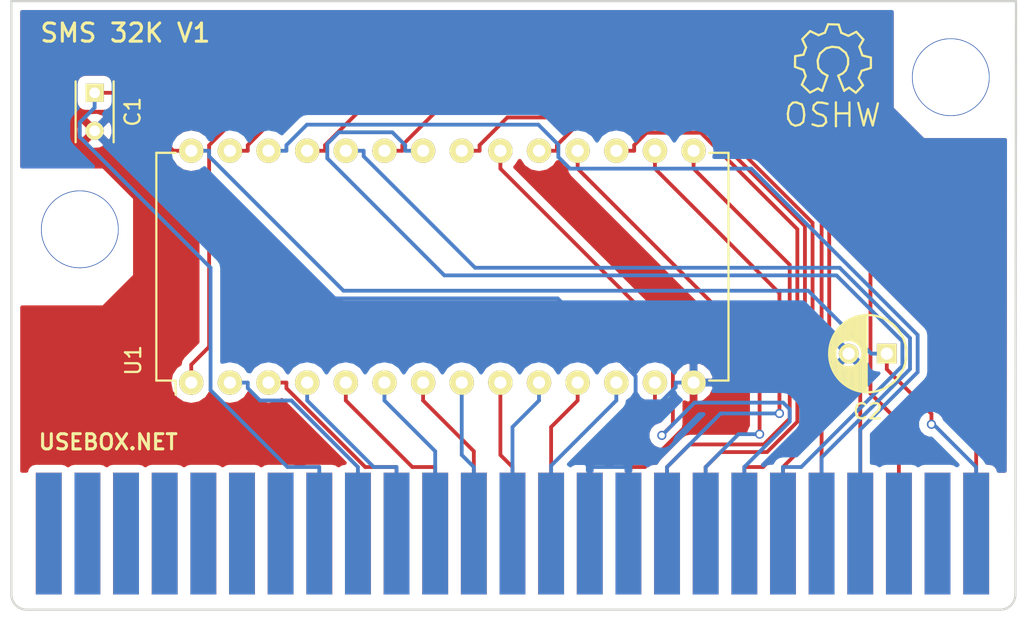
<source format=kicad_pcb>
(kicad_pcb (version 4) (host pcbnew 4.0.2+dfsg1-2~bpo8+1-stable)

  (general
    (links 35)
    (no_connects 0)
    (area 111.924999 66.924999 178.115001 107.075001)
    (thickness 1.6)
    (drawings 8)
    (tracks 211)
    (zones 0)
    (modules 7)
    (nets 29)
  )

  (page A4)
  (layers
    (0 F.Cu signal)
    (31 B.Cu signal)
    (32 B.Adhes user)
    (33 F.Adhes user)
    (34 B.Paste user)
    (35 F.Paste user)
    (36 B.SilkS user)
    (37 F.SilkS user)
    (38 B.Mask user)
    (39 F.Mask user)
    (40 Dwgs.User user)
    (41 Cmts.User user)
    (42 Eco1.User user)
    (43 Eco2.User user)
    (44 Edge.Cuts user)
    (45 Margin user)
    (46 B.CrtYd user)
    (47 F.CrtYd user)
    (48 B.Fab user)
    (49 F.Fab user)
  )

  (setup
    (last_trace_width 0.25)
    (trace_clearance 0.25)
    (zone_clearance 0.508)
    (zone_45_only yes)
    (trace_min 0.2)
    (segment_width 0.2)
    (edge_width 0.15)
    (via_size 0.6)
    (via_drill 0.4)
    (via_min_size 0.4)
    (via_min_drill 0.3)
    (uvia_size 0.3)
    (uvia_drill 0.1)
    (uvias_allowed no)
    (uvia_min_size 0.2)
    (uvia_min_drill 0.1)
    (pcb_text_width 0.3)
    (pcb_text_size 1.5 1.5)
    (mod_edge_width 0.15)
    (mod_text_size 1 1)
    (mod_text_width 0.15)
    (pad_size 1.2 1.2)
    (pad_drill 0.7)
    (pad_to_mask_clearance 0.2)
    (aux_axis_origin 0 0)
    (visible_elements FFFFFF7F)
    (pcbplotparams
      (layerselection 0x00030_80000001)
      (usegerberextensions false)
      (excludeedgelayer true)
      (linewidth 0.100000)
      (plotframeref false)
      (viasonmask false)
      (mode 1)
      (useauxorigin false)
      (hpglpennumber 1)
      (hpglpenspeed 20)
      (hpglpendiameter 15)
      (hpglpenoverlay 2)
      (psnegative false)
      (psa4output false)
      (plotreference true)
      (plotvalue true)
      (plotinvisibletext false)
      (padsonsilk false)
      (subtractmaskfromsilk false)
      (outputformat 1)
      (mirror false)
      (drillshape 0)
      (scaleselection 1)
      (outputdirectory ""))
  )

  (net 0 "")
  (net 1 VCC)
  (net 2 GND)
  (net 3 /a14)
  (net 4 /a13)
  (net 5 /a8)
  (net 6 /a9)
  (net 7 /a11)
  (net 8 OE)
  (net 9 /a10)
  (net 10 CE)
  (net 11 /d7)
  (net 12 /d6)
  (net 13 /d5)
  (net 14 /d4)
  (net 15 /d3)
  (net 16 /d2)
  (net 17 /d1)
  (net 18 /d0)
  (net 19 /a0)
  (net 20 /a1)
  (net 21 /a2)
  (net 22 /a3)
  (net 23 /a4)
  (net 24 /a5)
  (net 25 /a6)
  (net 26 /a7)
  (net 27 /a12)
  (net 28 /a15)

  (net_class Default "This is the default net class."
    (clearance 0.25)
    (trace_width 0.25)
    (via_dia 0.6)
    (via_drill 0.4)
    (uvia_dia 0.3)
    (uvia_drill 0.1)
    (add_net /a0)
    (add_net /a1)
    (add_net /a10)
    (add_net /a11)
    (add_net /a12)
    (add_net /a13)
    (add_net /a14)
    (add_net /a15)
    (add_net /a2)
    (add_net /a3)
    (add_net /a4)
    (add_net /a5)
    (add_net /a6)
    (add_net /a7)
    (add_net /a8)
    (add_net /a9)
    (add_net /d0)
    (add_net /d1)
    (add_net /d2)
    (add_net /d3)
    (add_net /d4)
    (add_net /d5)
    (add_net /d6)
    (add_net /d7)
    (add_net CE)
    (add_net GND)
    (add_net OE)
    (add_net VCC)
  )

  (module Connect:1pin (layer F.Cu) (tedit 578BA29C) (tstamp 57906BAA)
    (at 173.75 72)
    (descr "module 1 pin (ou trou mecanique de percage)")
    (tags DEV)
    (fp_text reference SCREW1 (at 0 -3.048) (layer F.SilkS) hide
      (effects (font (size 1 1) (thickness 0.15)))
    )
    (fp_text value 1pin (at 0 2.794) (layer F.Fab)
      (effects (font (size 1 1) (thickness 0.15)))
    )
    (fp_circle (center 0 0) (end 0 -2.286) (layer F.SilkS) (width 0.15))
    (pad "" np_thru_hole circle (at 0 0) (size 5.1 5.1) (drill 5) (layers *.Cu))
  )

  (module Capacitors_ThroughHole:C_Rect_L4_W2.5_P2.5 (layer F.Cu) (tedit 578BCC00) (tstamp 578B68CE)
    (at 117.475 73.025 270)
    (descr "Film Capacitor Length 4mm x Width 2.5mm, Pitch 2.5mm")
    (tags Capacitor)
    (path /574C0DC2)
    (fp_text reference C1 (at 1.25 -2.5 270) (layer F.SilkS)
      (effects (font (size 1 1) (thickness 0.15)))
    )
    (fp_text value 100nF (at 1.25 2.5 270) (layer F.Fab)
      (effects (font (size 1 1) (thickness 0.15)))
    )
    (fp_line (start -1 -1.5) (end 3.5 -1.5) (layer F.CrtYd) (width 0.05))
    (fp_line (start 3.5 -1.5) (end 3.5 1.5) (layer F.CrtYd) (width 0.05))
    (fp_line (start 3.5 1.5) (end -1 1.5) (layer F.CrtYd) (width 0.05))
    (fp_line (start -1 1.5) (end -1 -1.5) (layer F.CrtYd) (width 0.05))
    (fp_line (start -0.75 -1.25) (end 3.25 -1.25) (layer F.SilkS) (width 0.15))
    (fp_line (start -0.75 1.25) (end 3.25 1.25) (layer F.SilkS) (width 0.15))
    (pad 1 thru_hole rect (at 0 0 270) (size 1.2 1.2) (drill 0.7) (layers *.Cu *.Mask F.SilkS)
      (net 1 VCC))
    (pad 2 thru_hole circle (at 2.5 0 270) (size 1.2 1.2) (drill 0.7) (layers *.Cu *.Mask F.SilkS)
      (net 2 GND))
  )

  (module Capacitors_ThroughHole:C_Radial_D5_L6_P2.5 (layer F.Cu) (tedit 0) (tstamp 578B68D4)
    (at 169.545 90.17 180)
    (descr "Radial Electrolytic Capacitor Diameter 5mm x Length 6mm, Pitch 2.5mm")
    (tags "Electrolytic Capacitor")
    (path /574C1047)
    (fp_text reference C2 (at 1.25 -3.8 180) (layer F.SilkS)
      (effects (font (size 1 1) (thickness 0.15)))
    )
    (fp_text value 4.7uF (at 1.25 3.8 180) (layer F.Fab)
      (effects (font (size 1 1) (thickness 0.15)))
    )
    (fp_line (start 1.325 -2.499) (end 1.325 2.499) (layer F.SilkS) (width 0.15))
    (fp_line (start 1.465 -2.491) (end 1.465 2.491) (layer F.SilkS) (width 0.15))
    (fp_line (start 1.605 -2.475) (end 1.605 -0.095) (layer F.SilkS) (width 0.15))
    (fp_line (start 1.605 0.095) (end 1.605 2.475) (layer F.SilkS) (width 0.15))
    (fp_line (start 1.745 -2.451) (end 1.745 -0.49) (layer F.SilkS) (width 0.15))
    (fp_line (start 1.745 0.49) (end 1.745 2.451) (layer F.SilkS) (width 0.15))
    (fp_line (start 1.885 -2.418) (end 1.885 -0.657) (layer F.SilkS) (width 0.15))
    (fp_line (start 1.885 0.657) (end 1.885 2.418) (layer F.SilkS) (width 0.15))
    (fp_line (start 2.025 -2.377) (end 2.025 -0.764) (layer F.SilkS) (width 0.15))
    (fp_line (start 2.025 0.764) (end 2.025 2.377) (layer F.SilkS) (width 0.15))
    (fp_line (start 2.165 -2.327) (end 2.165 -0.835) (layer F.SilkS) (width 0.15))
    (fp_line (start 2.165 0.835) (end 2.165 2.327) (layer F.SilkS) (width 0.15))
    (fp_line (start 2.305 -2.266) (end 2.305 -0.879) (layer F.SilkS) (width 0.15))
    (fp_line (start 2.305 0.879) (end 2.305 2.266) (layer F.SilkS) (width 0.15))
    (fp_line (start 2.445 -2.196) (end 2.445 -0.898) (layer F.SilkS) (width 0.15))
    (fp_line (start 2.445 0.898) (end 2.445 2.196) (layer F.SilkS) (width 0.15))
    (fp_line (start 2.585 -2.114) (end 2.585 -0.896) (layer F.SilkS) (width 0.15))
    (fp_line (start 2.585 0.896) (end 2.585 2.114) (layer F.SilkS) (width 0.15))
    (fp_line (start 2.725 -2.019) (end 2.725 -0.871) (layer F.SilkS) (width 0.15))
    (fp_line (start 2.725 0.871) (end 2.725 2.019) (layer F.SilkS) (width 0.15))
    (fp_line (start 2.865 -1.908) (end 2.865 -0.823) (layer F.SilkS) (width 0.15))
    (fp_line (start 2.865 0.823) (end 2.865 1.908) (layer F.SilkS) (width 0.15))
    (fp_line (start 3.005 -1.78) (end 3.005 -0.745) (layer F.SilkS) (width 0.15))
    (fp_line (start 3.005 0.745) (end 3.005 1.78) (layer F.SilkS) (width 0.15))
    (fp_line (start 3.145 -1.631) (end 3.145 -0.628) (layer F.SilkS) (width 0.15))
    (fp_line (start 3.145 0.628) (end 3.145 1.631) (layer F.SilkS) (width 0.15))
    (fp_line (start 3.285 -1.452) (end 3.285 -0.44) (layer F.SilkS) (width 0.15))
    (fp_line (start 3.285 0.44) (end 3.285 1.452) (layer F.SilkS) (width 0.15))
    (fp_line (start 3.425 -1.233) (end 3.425 1.233) (layer F.SilkS) (width 0.15))
    (fp_line (start 3.565 -0.944) (end 3.565 0.944) (layer F.SilkS) (width 0.15))
    (fp_line (start 3.705 -0.472) (end 3.705 0.472) (layer F.SilkS) (width 0.15))
    (fp_circle (center 2.5 0) (end 2.5 -0.9) (layer F.SilkS) (width 0.15))
    (fp_circle (center 1.25 0) (end 1.25 -2.5375) (layer F.SilkS) (width 0.15))
    (fp_circle (center 1.25 0) (end 1.25 -2.8) (layer F.CrtYd) (width 0.05))
    (pad 1 thru_hole rect (at 0 0 180) (size 1.3 1.3) (drill 0.8) (layers *.Cu *.Mask F.SilkS)
      (net 1 VCC))
    (pad 2 thru_hole circle (at 2.5 0 180) (size 1.3 1.3) (drill 0.8) (layers *.Cu *.Mask F.SilkS)
      (net 2 GND))
    (model Capacitors_ThroughHole.3dshapes/C_Radial_D5_L6_P2.5.wrl
      (at (xyz 0.0492126 0 0))
      (scale (xyz 1 1 1))
      (rotate (xyz 0 0 90))
    )
  )

  (module edge_connector_25x2:CONN1 (layer F.Cu) (tedit 574C7EFA) (tstamp 578B690A)
    (at 144.94 107.08)
    (path /57195A54)
    (fp_text reference P1 (at 0 2.54) (layer F.SilkS) hide
      (effects (font (thickness 0.3048)))
    )
    (fp_text value CONN_SMS (at 0 5.08) (layer F.SilkS) hide
      (effects (font (thickness 0.3048)))
    )
    (fp_text user 50 (at -30.48 -11.43) (layer F.SilkS) hide
      (effects (font (size 1.2 1.2) (thickness 0.2)))
    )
    (fp_text user 1 (at 30.48 -11.43) (layer F.SilkS) hide
      (effects (font (size 1.2 1.2) (thickness 0.2)))
    )
    (pad 1 connect rect (at 30.48 -5.08) (size 1.69926 8.001) (layers B.Cu F.Mask)
      (net 1 VCC))
    (pad 2 connect rect (at 30.48 -5.08) (size 1.69926 8.001) (layers F.Cu F.Mask)
      (net 28 /a15))
    (pad 3 connect rect (at 27.94 -5.08) (size 1.69926 8.001) (layers B.Cu F.Mask))
    (pad 4 connect rect (at 27.94 -5.08) (size 1.69926 8.001) (layers F.Cu F.Mask))
    (pad 5 connect rect (at 25.4 -5.08) (size 1.69926 8.001) (layers B.Cu F.Mask))
    (pad 6 connect rect (at 25.4 -5.08) (size 1.69926 8.001) (layers F.Cu F.Mask)
      (net 3 /a14))
    (pad 7 connect rect (at 22.86 -5.08) (size 1.69926 8.001) (layers B.Cu F.Mask)
      (net 4 /a13))
    (pad 8 connect rect (at 22.86 -5.08) (size 1.69926 8.001) (layers F.Cu F.Mask)
      (net 5 /a8))
    (pad 9 connect rect (at 20.32 -5.08) (size 1.69926 8.001) (layers B.Cu F.Mask)
      (net 6 /a9))
    (pad 10 connect rect (at 20.32 -5.08) (size 1.69926 8.001) (layers F.Cu F.Mask)
      (net 7 /a11))
    (pad 11 connect rect (at 17.78 -5.08) (size 1.69926 8.001) (layers B.Cu F.Mask)
      (net 8 OE))
    (pad 12 connect rect (at 17.78 -5.08) (size 1.69926 8.001) (layers F.Cu F.Mask)
      (net 9 /a10))
    (pad 13 connect rect (at 15.24 -5.08) (size 1.69926 8.001) (layers B.Cu F.Mask)
      (net 10 CE))
    (pad 14 connect rect (at 15.24 -5.08) (size 1.69926 8.001) (layers F.Cu F.Mask)
      (net 11 /d7))
    (pad 15 connect rect (at 12.7 -5.08) (size 1.69926 8.001) (layers B.Cu F.Mask)
      (net 12 /d6))
    (pad 16 connect rect (at 12.7 -5.08) (size 1.69926 8.001) (layers F.Cu F.Mask)
      (net 13 /d5))
    (pad 17 connect rect (at 10.16 -5.08) (size 1.69926 8.001) (layers B.Cu F.Mask)
      (net 14 /d4))
    (pad 18 connect rect (at 10.16 -5.08) (size 1.69926 8.001) (layers F.Cu F.Mask)
      (net 15 /d3))
    (pad 19 connect rect (at 7.62 -5.08) (size 1.69926 8.001) (layers B.Cu F.Mask)
      (net 2 GND))
    (pad 20 connect rect (at 7.62 -5.08) (size 1.69926 8.001) (layers F.Cu F.Mask)
      (net 2 GND))
    (pad 21 connect rect (at 5.08 -5.08) (size 1.69926 8.001) (layers B.Cu F.Mask)
      (net 2 GND))
    (pad 22 connect rect (at 5.08 -5.08) (size 1.69926 8.001) (layers F.Cu F.Mask)
      (net 16 /d2))
    (pad 23 connect rect (at 2.54 -5.08) (size 1.69926 8.001) (layers B.Cu F.Mask)
      (net 17 /d1))
    (pad 24 connect rect (at 2.54 -5.08) (size 1.69926 8.001) (layers F.Cu F.Mask)
      (net 18 /d0))
    (pad 25 connect rect (at 0 -5.08) (size 1.69926 8.001) (layers B.Cu F.Mask)
      (net 19 /a0))
    (pad 26 connect rect (at 0 -5.08) (size 1.69926 8.001) (layers F.Cu F.Mask)
      (net 20 /a1))
    (pad 27 connect rect (at -2.54 -5.08) (size 1.69926 8.001) (layers B.Cu F.Mask)
      (net 21 /a2))
    (pad 28 connect rect (at -2.54 -5.08) (size 1.69926 8.001) (layers F.Cu F.Mask)
      (net 22 /a3))
    (pad 29 connect rect (at -5.08 -5.08) (size 1.69926 8.001) (layers B.Cu F.Mask)
      (net 23 /a4))
    (pad 30 connect rect (at -5.08 -5.08) (size 1.69926 8.001) (layers F.Cu F.Mask)
      (net 24 /a5))
    (pad 31 connect rect (at -7.62 -5.08) (size 1.69926 8.001) (layers B.Cu F.Mask)
      (net 25 /a6))
    (pad 32 connect rect (at -7.62 -5.08) (size 1.69926 8.001) (layers F.Cu F.Mask)
      (net 26 /a7))
    (pad 33 connect rect (at -10.16 -5.08) (size 1.69926 8.001) (layers B.Cu F.Mask)
      (net 27 /a12))
    (pad 34 connect rect (at -10.16 -5.08) (size 1.69926 8.001) (layers F.Cu F.Mask))
    (pad 35 connect rect (at -12.7 -5.08) (size 1.69926 8.001) (layers B.Cu F.Mask)
      (net 1 VCC))
    (pad 36 connect rect (at -12.7 -5.08) (size 1.69926 8.001) (layers F.Cu F.Mask))
    (pad 37 connect rect (at -15.24 -5.08) (size 1.69926 8.001) (layers B.Cu F.Mask))
    (pad 38 connect rect (at -15.24 -5.08) (size 1.69926 8.001) (layers F.Cu F.Mask))
    (pad 39 connect rect (at -17.78 -5.08) (size 1.69926 8.001) (layers B.Cu F.Mask))
    (pad 40 connect rect (at -17.78 -5.08) (size 1.69926 8.001) (layers F.Cu F.Mask))
    (pad 41 connect rect (at -20.32 -5.08) (size 1.69926 8.001) (layers B.Cu F.Mask))
    (pad 42 connect rect (at -20.32 -5.08) (size 1.69926 8.001) (layers F.Cu F.Mask))
    (pad 43 connect rect (at -22.86 -5.08) (size 1.69926 8.001) (layers B.Cu F.Mask))
    (pad 44 connect rect (at -22.86 -5.08) (size 1.69926 8.001) (layers F.Cu F.Mask))
    (pad 45 connect rect (at -25.4 -5.08) (size 1.69926 8.001) (layers B.Cu F.Mask))
    (pad 46 connect rect (at -25.4 -5.08) (size 1.69926 8.001) (layers F.Cu F.Mask))
    (pad 47 connect rect (at -27.94 -5.08) (size 1.69926 8.001) (layers B.Cu F.Mask))
    (pad 48 connect rect (at -27.94 -5.08) (size 1.69926 8.001) (layers F.Cu F.Mask))
    (pad 49 connect rect (at -30.48 -5.08) (size 1.69926 8.001) (layers B.Cu F.Mask))
    (pad 50 connect rect (at -30.48 -5.08) (size 1.69926 8.001) (layers F.Cu F.Mask))
  )

  (module Housings_DIP:DIP-28_W15.24mm (layer F.Cu) (tedit 54130A77) (tstamp 578B692A)
    (at 123.825 92.075 90)
    (descr "28-lead dip package, row spacing 15.24 mm (600 mils)")
    (tags "dil dip 2.54 600")
    (path /578B5E77)
    (fp_text reference U1 (at 1.465 -3.81 90) (layer F.SilkS)
      (effects (font (size 1 1) (thickness 0.15)))
    )
    (fp_text value 27C256 (at 7.18 16.51 180) (layer F.Fab)
      (effects (font (size 1 1) (thickness 0.15)))
    )
    (fp_line (start -1.05 -2.45) (end -1.05 35.5) (layer F.CrtYd) (width 0.05))
    (fp_line (start 16.3 -2.45) (end 16.3 35.5) (layer F.CrtYd) (width 0.05))
    (fp_line (start -1.05 -2.45) (end 16.3 -2.45) (layer F.CrtYd) (width 0.05))
    (fp_line (start -1.05 35.5) (end 16.3 35.5) (layer F.CrtYd) (width 0.05))
    (fp_line (start 0.135 -2.295) (end 0.135 -1.025) (layer F.SilkS) (width 0.15))
    (fp_line (start 15.105 -2.295) (end 15.105 -1.025) (layer F.SilkS) (width 0.15))
    (fp_line (start 15.105 35.315) (end 15.105 34.045) (layer F.SilkS) (width 0.15))
    (fp_line (start 0.135 35.315) (end 0.135 34.045) (layer F.SilkS) (width 0.15))
    (fp_line (start 0.135 -2.295) (end 15.105 -2.295) (layer F.SilkS) (width 0.15))
    (fp_line (start 0.135 35.315) (end 15.105 35.315) (layer F.SilkS) (width 0.15))
    (fp_line (start 0.135 -1.025) (end -0.8 -1.025) (layer F.SilkS) (width 0.15))
    (pad 1 thru_hole oval (at 0 0 90) (size 1.6 1.6) (drill 0.8) (layers *.Cu *.Mask F.SilkS)
      (net 28 /a15))
    (pad 2 thru_hole oval (at 0 2.54 90) (size 1.6 1.6) (drill 0.8) (layers *.Cu *.Mask F.SilkS)
      (net 27 /a12))
    (pad 3 thru_hole oval (at 0 5.08 90) (size 1.6 1.6) (drill 0.8) (layers *.Cu *.Mask F.SilkS)
      (net 26 /a7))
    (pad 4 thru_hole oval (at 0 7.62 90) (size 1.6 1.6) (drill 0.8) (layers *.Cu *.Mask F.SilkS)
      (net 25 /a6))
    (pad 5 thru_hole oval (at 0 10.16 90) (size 1.6 1.6) (drill 0.8) (layers *.Cu *.Mask F.SilkS)
      (net 24 /a5))
    (pad 6 thru_hole oval (at 0 12.7 90) (size 1.6 1.6) (drill 0.8) (layers *.Cu *.Mask F.SilkS)
      (net 23 /a4))
    (pad 7 thru_hole oval (at 0 15.24 90) (size 1.6 1.6) (drill 0.8) (layers *.Cu *.Mask F.SilkS)
      (net 22 /a3))
    (pad 8 thru_hole oval (at 0 17.78 90) (size 1.6 1.6) (drill 0.8) (layers *.Cu *.Mask F.SilkS)
      (net 21 /a2))
    (pad 9 thru_hole oval (at 0 20.32 90) (size 1.6 1.6) (drill 0.8) (layers *.Cu *.Mask F.SilkS)
      (net 20 /a1))
    (pad 10 thru_hole oval (at 0 22.86 90) (size 1.6 1.6) (drill 0.8) (layers *.Cu *.Mask F.SilkS)
      (net 19 /a0))
    (pad 11 thru_hole oval (at 0 25.4 90) (size 1.6 1.6) (drill 0.8) (layers *.Cu *.Mask F.SilkS)
      (net 18 /d0))
    (pad 12 thru_hole oval (at 0 27.94 90) (size 1.6 1.6) (drill 0.8) (layers *.Cu *.Mask F.SilkS)
      (net 17 /d1))
    (pad 13 thru_hole oval (at 0 30.48 90) (size 1.6 1.6) (drill 0.8) (layers *.Cu *.Mask F.SilkS)
      (net 16 /d2))
    (pad 14 thru_hole oval (at 0 33.02 90) (size 1.6 1.6) (drill 0.8) (layers *.Cu *.Mask F.SilkS)
      (net 2 GND))
    (pad 15 thru_hole oval (at 15.24 33.02 90) (size 1.6 1.6) (drill 0.8) (layers *.Cu *.Mask F.SilkS)
      (net 15 /d3))
    (pad 16 thru_hole oval (at 15.24 30.48 90) (size 1.6 1.6) (drill 0.8) (layers *.Cu *.Mask F.SilkS)
      (net 14 /d4))
    (pad 17 thru_hole oval (at 15.24 27.94 90) (size 1.6 1.6) (drill 0.8) (layers *.Cu *.Mask F.SilkS)
      (net 13 /d5))
    (pad 18 thru_hole oval (at 15.24 25.4 90) (size 1.6 1.6) (drill 0.8) (layers *.Cu *.Mask F.SilkS)
      (net 12 /d6))
    (pad 19 thru_hole oval (at 15.24 22.86 90) (size 1.6 1.6) (drill 0.8) (layers *.Cu *.Mask F.SilkS)
      (net 11 /d7))
    (pad 20 thru_hole oval (at 15.24 20.32 90) (size 1.6 1.6) (drill 0.8) (layers *.Cu *.Mask F.SilkS)
      (net 10 CE))
    (pad 21 thru_hole oval (at 15.24 17.78 90) (size 1.6 1.6) (drill 0.8) (layers *.Cu *.Mask F.SilkS)
      (net 9 /a10))
    (pad 22 thru_hole oval (at 15.24 15.24 90) (size 1.6 1.6) (drill 0.8) (layers *.Cu *.Mask F.SilkS)
      (net 8 OE))
    (pad 23 thru_hole oval (at 15.24 12.7 90) (size 1.6 1.6) (drill 0.8) (layers *.Cu *.Mask F.SilkS)
      (net 7 /a11))
    (pad 24 thru_hole oval (at 15.24 10.16 90) (size 1.6 1.6) (drill 0.8) (layers *.Cu *.Mask F.SilkS)
      (net 6 /a9))
    (pad 25 thru_hole oval (at 15.24 7.62 90) (size 1.6 1.6) (drill 0.8) (layers *.Cu *.Mask F.SilkS)
      (net 5 /a8))
    (pad 26 thru_hole oval (at 15.24 5.08 90) (size 1.6 1.6) (drill 0.8) (layers *.Cu *.Mask F.SilkS)
      (net 4 /a13))
    (pad 27 thru_hole oval (at 15.24 2.54 90) (size 1.6 1.6) (drill 0.8) (layers *.Cu *.Mask F.SilkS)
      (net 3 /a14))
    (pad 28 thru_hole oval (at 15.24 0 90) (size 1.6 1.6) (drill 0.8) (layers *.Cu *.Mask F.SilkS)
      (net 1 VCC))
    (model Housings_DIP.3dshapes/DIP-28_W15.24mm.wrl
      (at (xyz 0 0 0))
      (scale (xyz 1 1 1))
      (rotate (xyz 0 0 0))
    )
  )

  (module Connect:1pin (layer F.Cu) (tedit 578BA27C) (tstamp 57906B5B)
    (at 116.5 82)
    (descr "module 1 pin (ou trou mecanique de percage)")
    (tags DEV)
    (fp_text reference SCREW2 (at 0 -3.048) (layer F.SilkS) hide
      (effects (font (size 1 1) (thickness 0.15)))
    )
    (fp_text value 1pin (at 0 2.794) (layer F.Fab)
      (effects (font (size 1 1) (thickness 0.15)))
    )
    (fp_circle (center 0 0) (end 0 -2.286) (layer F.SilkS) (width 0.15))
    (pad "" np_thru_hole circle (at 0 0) (size 5.1 5.1) (drill 5) (layers *.Cu))
  )

  (module Symbols:Symbol_OSHW-Logo_SilkScreen (layer F.Cu) (tedit 578BA8D1) (tstamp 578EEE9E)
    (at 166 71)
    (descr "Symbol, OSHW-Logo, Silk Screen,")
    (tags "Symbol, OSHW-Logo, Silk Screen,")
    (fp_text reference OSHW1 (at 0.09906 -4.38912) (layer F.SilkS) hide
      (effects (font (size 1 1) (thickness 0.15)))
    )
    (fp_text value Symbol_OSHW-Logo_SilkScreen (at 0.30988 6.56082) (layer F.Fab) hide
      (effects (font (size 1 1) (thickness 0.15)))
    )
    (fp_line (start 1.66878 2.68986) (end 2.02946 4.16052) (layer F.SilkS) (width 0.15))
    (fp_line (start 2.02946 4.16052) (end 2.30886 3.0988) (layer F.SilkS) (width 0.15))
    (fp_line (start 2.30886 3.0988) (end 2.61874 4.17068) (layer F.SilkS) (width 0.15))
    (fp_line (start 2.61874 4.17068) (end 2.9591 2.72034) (layer F.SilkS) (width 0.15))
    (fp_line (start 0.24892 3.38074) (end 1.03886 3.37058) (layer F.SilkS) (width 0.15))
    (fp_line (start 1.03886 3.37058) (end 1.04902 3.38074) (layer F.SilkS) (width 0.15))
    (fp_line (start 1.04902 3.38074) (end 1.04902 3.37058) (layer F.SilkS) (width 0.15))
    (fp_line (start 1.08966 2.65938) (end 1.08966 4.20116) (layer F.SilkS) (width 0.15))
    (fp_line (start 0.20066 2.64922) (end 0.20066 4.21894) (layer F.SilkS) (width 0.15))
    (fp_line (start 0.20066 4.21894) (end 0.21082 4.20878) (layer F.SilkS) (width 0.15))
    (fp_line (start -0.35052 2.75082) (end -0.70104 2.66954) (layer F.SilkS) (width 0.15))
    (fp_line (start -0.70104 2.66954) (end -1.02108 2.65938) (layer F.SilkS) (width 0.15))
    (fp_line (start -1.02108 2.65938) (end -1.25984 2.86004) (layer F.SilkS) (width 0.15))
    (fp_line (start -1.25984 2.86004) (end -1.29032 3.12928) (layer F.SilkS) (width 0.15))
    (fp_line (start -1.29032 3.12928) (end -1.04902 3.37058) (layer F.SilkS) (width 0.15))
    (fp_line (start -1.04902 3.37058) (end -0.6604 3.50012) (layer F.SilkS) (width 0.15))
    (fp_line (start -0.6604 3.50012) (end -0.48006 3.66014) (layer F.SilkS) (width 0.15))
    (fp_line (start -0.48006 3.66014) (end -0.43942 3.95986) (layer F.SilkS) (width 0.15))
    (fp_line (start -0.43942 3.95986) (end -0.67056 4.18084) (layer F.SilkS) (width 0.15))
    (fp_line (start -0.67056 4.18084) (end -0.9906 4.20878) (layer F.SilkS) (width 0.15))
    (fp_line (start -0.9906 4.20878) (end -1.34112 4.09956) (layer F.SilkS) (width 0.15))
    (fp_line (start -2.37998 2.64922) (end -2.6289 2.66954) (layer F.SilkS) (width 0.15))
    (fp_line (start -2.6289 2.66954) (end -2.8702 2.91084) (layer F.SilkS) (width 0.15))
    (fp_line (start -2.8702 2.91084) (end -2.9591 3.40106) (layer F.SilkS) (width 0.15))
    (fp_line (start -2.9591 3.40106) (end -2.93116 3.74904) (layer F.SilkS) (width 0.15))
    (fp_line (start -2.93116 3.74904) (end -2.7305 4.06908) (layer F.SilkS) (width 0.15))
    (fp_line (start -2.7305 4.06908) (end -2.47904 4.191) (layer F.SilkS) (width 0.15))
    (fp_line (start -2.47904 4.191) (end -2.16916 4.11988) (layer F.SilkS) (width 0.15))
    (fp_line (start -2.16916 4.11988) (end -1.95072 3.93954) (layer F.SilkS) (width 0.15))
    (fp_line (start -1.95072 3.93954) (end -1.8796 3.4798) (layer F.SilkS) (width 0.15))
    (fp_line (start -1.8796 3.4798) (end -1.9304 3.07086) (layer F.SilkS) (width 0.15))
    (fp_line (start -1.9304 3.07086) (end -2.03962 2.78892) (layer F.SilkS) (width 0.15))
    (fp_line (start -2.03962 2.78892) (end -2.4003 2.65938) (layer F.SilkS) (width 0.15))
    (fp_line (start -1.78054 0.92964) (end -2.03962 1.49098) (layer F.SilkS) (width 0.15))
    (fp_line (start -2.03962 1.49098) (end -1.50114 2.00914) (layer F.SilkS) (width 0.15))
    (fp_line (start -1.50114 2.00914) (end -0.98044 1.7399) (layer F.SilkS) (width 0.15))
    (fp_line (start -0.98044 1.7399) (end -0.70104 1.89992) (layer F.SilkS) (width 0.15))
    (fp_line (start 0.73914 1.8796) (end 1.06934 1.6891) (layer F.SilkS) (width 0.15))
    (fp_line (start 1.06934 1.6891) (end 1.50876 2.0193) (layer F.SilkS) (width 0.15))
    (fp_line (start 1.50876 2.0193) (end 1.9812 1.52908) (layer F.SilkS) (width 0.15))
    (fp_line (start 1.9812 1.52908) (end 1.69926 1.04902) (layer F.SilkS) (width 0.15))
    (fp_line (start 1.69926 1.04902) (end 1.88976 0.57912) (layer F.SilkS) (width 0.15))
    (fp_line (start 1.88976 0.57912) (end 2.49936 0.39116) (layer F.SilkS) (width 0.15))
    (fp_line (start 2.49936 0.39116) (end 2.49936 -0.28956) (layer F.SilkS) (width 0.15))
    (fp_line (start 2.49936 -0.28956) (end 1.94056 -0.42926) (layer F.SilkS) (width 0.15))
    (fp_line (start 1.94056 -0.42926) (end 1.7399 -1.00076) (layer F.SilkS) (width 0.15))
    (fp_line (start 1.7399 -1.00076) (end 2.00914 -1.47066) (layer F.SilkS) (width 0.15))
    (fp_line (start 2.00914 -1.47066) (end 1.53924 -1.9812) (layer F.SilkS) (width 0.15))
    (fp_line (start 1.53924 -1.9812) (end 1.02108 -1.71958) (layer F.SilkS) (width 0.15))
    (fp_line (start 1.02108 -1.71958) (end 0.55118 -1.92024) (layer F.SilkS) (width 0.15))
    (fp_line (start 0.55118 -1.92024) (end 0.381 -2.46126) (layer F.SilkS) (width 0.15))
    (fp_line (start 0.381 -2.46126) (end -0.30988 -2.47904) (layer F.SilkS) (width 0.15))
    (fp_line (start -0.30988 -2.47904) (end -0.5207 -1.9304) (layer F.SilkS) (width 0.15))
    (fp_line (start -0.5207 -1.9304) (end -0.9398 -1.76022) (layer F.SilkS) (width 0.15))
    (fp_line (start -0.9398 -1.76022) (end -1.49098 -2.02946) (layer F.SilkS) (width 0.15))
    (fp_line (start -1.49098 -2.02946) (end -2.00914 -1.50114) (layer F.SilkS) (width 0.15))
    (fp_line (start -2.00914 -1.50114) (end -1.76022 -0.96012) (layer F.SilkS) (width 0.15))
    (fp_line (start -1.76022 -0.96012) (end -1.9304 -0.48006) (layer F.SilkS) (width 0.15))
    (fp_line (start -1.9304 -0.48006) (end -2.47904 -0.381) (layer F.SilkS) (width 0.15))
    (fp_line (start -2.47904 -0.381) (end -2.4892 0.32004) (layer F.SilkS) (width 0.15))
    (fp_line (start -2.4892 0.32004) (end -1.9304 0.5207) (layer F.SilkS) (width 0.15))
    (fp_line (start -1.9304 0.5207) (end -1.7907 0.91948) (layer F.SilkS) (width 0.15))
    (fp_line (start 0.35052 0.89916) (end 0.65024 0.7493) (layer F.SilkS) (width 0.15))
    (fp_line (start 0.65024 0.7493) (end 0.8509 0.55118) (layer F.SilkS) (width 0.15))
    (fp_line (start 0.8509 0.55118) (end 1.00076 0.14986) (layer F.SilkS) (width 0.15))
    (fp_line (start 1.00076 0.14986) (end 1.00076 -0.24892) (layer F.SilkS) (width 0.15))
    (fp_line (start 1.00076 -0.24892) (end 0.8509 -0.59944) (layer F.SilkS) (width 0.15))
    (fp_line (start 0.8509 -0.59944) (end 0.39878 -0.94996) (layer F.SilkS) (width 0.15))
    (fp_line (start 0.39878 -0.94996) (end -0.0508 -1.00076) (layer F.SilkS) (width 0.15))
    (fp_line (start -0.0508 -1.00076) (end -0.44958 -0.89916) (layer F.SilkS) (width 0.15))
    (fp_line (start -0.44958 -0.89916) (end -0.8509 -0.55118) (layer F.SilkS) (width 0.15))
    (fp_line (start -0.8509 -0.55118) (end -1.00076 -0.09906) (layer F.SilkS) (width 0.15))
    (fp_line (start -1.00076 -0.09906) (end -0.94996 0.39878) (layer F.SilkS) (width 0.15))
    (fp_line (start -0.94996 0.39878) (end -0.70104 0.70104) (layer F.SilkS) (width 0.15))
    (fp_line (start -0.70104 0.70104) (end -0.35052 0.89916) (layer F.SilkS) (width 0.15))
    (fp_line (start -0.35052 0.89916) (end -0.70104 1.89992) (layer F.SilkS) (width 0.15))
    (fp_line (start 0.35052 0.89916) (end 0.7493 1.89992) (layer F.SilkS) (width 0.15))
  )

  (gr_arc (start 177 106) (end 178 106) (angle 90) (layer Edge.Cuts) (width 0.15))
  (gr_arc (start 113 106) (end 113 107) (angle 90) (layer Edge.Cuts) (width 0.15))
  (gr_text USEBOX.NET (at 118.364 95.98) (layer F.SilkS)
    (effects (font (size 1 1) (thickness 0.2)))
  )
  (gr_line (start 113 107) (end 177 107) (layer Edge.Cuts) (width 0.15))
  (gr_text "SMS 32K V1" (at 113.792 69.088) (layer F.SilkS)
    (effects (font (size 1.2 1.2) (thickness 0.2)) (justify left))
  )
  (gr_line (start 178.04 67) (end 178 106) (angle 90) (layer Edge.Cuts) (width 0.15))
  (gr_line (start 112 67) (end 178.04 67) (angle 90) (layer Edge.Cuts) (width 0.15))
  (gr_line (start 112 106) (end 112 67) (angle 90) (layer Edge.Cuts) (width 0.15))

  (via (at 172.4794 94.8159) (size 0.6) (layers F.Cu B.Cu) (net 1))
  (segment (start 169.545 90.17) (end 169.545 91.1953) (width 0.25) (layer F.Cu) (net 1))
  (segment (start 175.42 102) (end 175.42 97.6242) (width 0.25) (layer B.Cu) (net 1))
  (segment (start 169.545 90.17) (end 168.5197 90.17) (width 0.25) (layer B.Cu) (net 1))
  (segment (start 123.825 76.835) (end 125.0003 76.835) (width 0.25) (layer B.Cu) (net 1))
  (segment (start 118.8397 73.025) (end 117.475 73.025) (width 0.25) (layer F.Cu) (net 1))
  (segment (start 122.6497 76.835) (end 118.8397 73.025) (width 0.25) (layer F.Cu) (net 1))
  (segment (start 123.825 76.835) (end 122.6497 76.835) (width 0.25) (layer F.Cu) (net 1))
  (segment (start 116.4997 74.9756) (end 117.475 74.0003) (width 0.25) (layer B.Cu) (net 1))
  (segment (start 116.4997 75.9292) (end 116.4997 74.9756) (width 0.25) (layer B.Cu) (net 1))
  (segment (start 125.095 84.5245) (end 116.4997 75.9292) (width 0.25) (layer B.Cu) (net 1))
  (segment (start 125.095 92.5697) (end 125.095 84.5245) (width 0.25) (layer B.Cu) (net 1))
  (segment (start 130.1495 97.6242) (end 125.095 92.5697) (width 0.25) (layer B.Cu) (net 1))
  (segment (start 132.24 97.6242) (end 130.1495 97.6242) (width 0.25) (layer B.Cu) (net 1))
  (segment (start 132.24 102) (end 132.24 97.6242) (width 0.25) (layer B.Cu) (net 1))
  (segment (start 117.475 73.025) (end 117.475 74.0003) (width 0.25) (layer B.Cu) (net 1))
  (segment (start 164.3857 86.036) (end 168.5197 90.17) (width 0.25) (layer B.Cu) (net 1))
  (segment (start 133.834 86.036) (end 164.3857 86.036) (width 0.25) (layer B.Cu) (net 1))
  (segment (start 125.0003 77.2023) (end 133.834 86.036) (width 0.25) (layer B.Cu) (net 1))
  (segment (start 125.0003 76.835) (end 125.0003 77.2023) (width 0.25) (layer B.Cu) (net 1))
  (segment (start 172.6117 94.8159) (end 172.4794 94.8159) (width 0.25) (layer B.Cu) (net 1))
  (segment (start 175.42 97.6242) (end 172.6117 94.8159) (width 0.25) (layer B.Cu) (net 1))
  (segment (start 172.4794 94.1297) (end 172.4794 94.8159) (width 0.25) (layer F.Cu) (net 1))
  (segment (start 169.545 91.1953) (end 172.4794 94.1297) (width 0.25) (layer F.Cu) (net 1))
  (segment (start 150.02 97.6242) (end 152.56 97.6242) (width 0.25) (layer B.Cu) (net 2))
  (segment (start 150.02 102) (end 150.02 97.6242) (width 0.25) (layer B.Cu) (net 2))
  (segment (start 152.56 102) (end 152.56 97.6242) (width 0.25) (layer B.Cu) (net 2))
  (segment (start 165.14 92.075) (end 156.845 92.075) (width 0.25) (layer B.Cu) (net 2))
  (segment (start 167.045 90.17) (end 165.14 92.075) (width 0.25) (layer B.Cu) (net 2))
  (segment (start 156.845 92.075) (end 155.6697 92.075) (width 0.25) (layer B.Cu) (net 2))
  (segment (start 155.6697 92.3757) (end 155.6697 92.075) (width 0.25) (layer B.Cu) (net 2))
  (segment (start 154.7398 93.3056) (end 155.6697 92.3757) (width 0.25) (layer B.Cu) (net 2))
  (segment (start 153.035 93.3056) (end 154.7398 93.3056) (width 0.25) (layer B.Cu) (net 2))
  (segment (start 152.56 93.7806) (end 153.035 93.3056) (width 0.25) (layer B.Cu) (net 2))
  (segment (start 152.56 97.6242) (end 152.56 93.7806) (width 0.25) (layer B.Cu) (net 2))
  (segment (start 128.4902 86.5402) (end 117.475 75.525) (width 0.25) (layer B.Cu) (net 2))
  (segment (start 147.9132 86.5402) (end 128.4902 86.5402) (width 0.25) (layer B.Cu) (net 2))
  (segment (start 153.035 91.662) (end 147.9132 86.5402) (width 0.25) (layer B.Cu) (net 2))
  (segment (start 153.035 93.3056) (end 153.035 91.662) (width 0.25) (layer B.Cu) (net 2))
  (segment (start 156.845 92.075) (end 156.845 93.2503) (width 0.25) (layer F.Cu) (net 2))
  (segment (start 152.56 102) (end 152.56 97.6242) (width 0.25) (layer F.Cu) (net 2))
  (segment (start 156.845 94.4218) (end 156.845 93.2503) (width 0.25) (layer F.Cu) (net 2))
  (segment (start 153.6426 97.6242) (end 156.845 94.4218) (width 0.25) (layer F.Cu) (net 2))
  (segment (start 152.56 97.6242) (end 153.6426 97.6242) (width 0.25) (layer F.Cu) (net 2))
  (segment (start 126.365 76.835) (end 127.5403 76.835) (width 0.25) (layer F.Cu) (net 3))
  (segment (start 127.5403 76.4677) (end 127.5403 76.835) (width 0.25) (layer F.Cu) (net 3))
  (segment (start 130.9632 73.0448) (end 127.5403 76.4677) (width 0.25) (layer F.Cu) (net 3))
  (segment (start 158.2641 73.0448) (end 130.9632 73.0448) (width 0.25) (layer F.Cu) (net 3))
  (segment (start 168.472 83.2527) (end 158.2641 73.0448) (width 0.25) (layer F.Cu) (net 3))
  (segment (start 168.472 92.7853) (end 168.472 83.2527) (width 0.25) (layer F.Cu) (net 3))
  (segment (start 170.34 94.6533) (end 168.472 92.7853) (width 0.25) (layer F.Cu) (net 3))
  (segment (start 170.34 102) (end 170.34 94.6533) (width 0.25) (layer F.Cu) (net 3))
  (segment (start 128.905 76.835) (end 130.0803 76.835) (width 0.25) (layer B.Cu) (net 4))
  (segment (start 130.0803 76.4677) (end 130.0803 76.835) (width 0.25) (layer B.Cu) (net 4))
  (segment (start 131.4279 75.1201) (end 130.0803 76.4677) (width 0.25) (layer B.Cu) (net 4))
  (segment (start 146.6407 75.1201) (end 131.4279 75.1201) (width 0.25) (layer B.Cu) (net 4))
  (segment (start 147.955 76.4344) (end 146.6407 75.1201) (width 0.25) (layer B.Cu) (net 4))
  (segment (start 147.955 77.2465) (end 147.955 76.4344) (width 0.25) (layer B.Cu) (net 4))
  (segment (start 148.7188 78.0103) (end 147.955 77.2465) (width 0.25) (layer B.Cu) (net 4))
  (segment (start 160.6423 78.0103) (end 148.7188 78.0103) (width 0.25) (layer B.Cu) (net 4))
  (segment (start 171.5742 88.9422) (end 160.6423 78.0103) (width 0.25) (layer B.Cu) (net 4))
  (segment (start 171.5742 91.3867) (end 171.5742 88.9422) (width 0.25) (layer B.Cu) (net 4))
  (segment (start 167.8 95.1609) (end 171.5742 91.3867) (width 0.25) (layer B.Cu) (net 4))
  (segment (start 167.8 102) (end 167.8 95.1609) (width 0.25) (layer B.Cu) (net 4))
  (segment (start 167.8 92.821) (end 167.8 102) (width 0.25) (layer F.Cu) (net 5))
  (segment (start 165.7604 90.7814) (end 167.8 92.821) (width 0.25) (layer F.Cu) (net 5))
  (segment (start 165.7604 81.2488) (end 165.7604 90.7814) (width 0.25) (layer F.Cu) (net 5))
  (segment (start 158.0568 73.5452) (end 165.7604 81.2488) (width 0.25) (layer F.Cu) (net 5))
  (segment (start 135.5428 73.5452) (end 158.0568 73.5452) (width 0.25) (layer F.Cu) (net 5))
  (segment (start 132.6203 76.4677) (end 135.5428 73.5452) (width 0.25) (layer F.Cu) (net 5))
  (segment (start 132.6203 76.835) (end 132.6203 76.4677) (width 0.25) (layer F.Cu) (net 5))
  (segment (start 131.445 76.835) (end 132.6203 76.835) (width 0.25) (layer F.Cu) (net 5))
  (segment (start 133.985 76.835) (end 135.1603 76.835) (width 0.25) (layer B.Cu) (net 6))
  (segment (start 135.1603 77.2023) (end 135.1603 76.835) (width 0.25) (layer B.Cu) (net 6))
  (segment (start 142.4834 84.5254) (end 135.1603 77.2023) (width 0.25) (layer B.Cu) (net 6))
  (segment (start 166.4498 84.5254) (end 142.4834 84.5254) (width 0.25) (layer B.Cu) (net 6))
  (segment (start 171.0706 89.1462) (end 166.4498 84.5254) (width 0.25) (layer B.Cu) (net 6))
  (segment (start 171.0706 91.1827) (end 171.0706 89.1462) (width 0.25) (layer B.Cu) (net 6))
  (segment (start 165.26 96.9933) (end 171.0706 91.1827) (width 0.25) (layer B.Cu) (net 6))
  (segment (start 165.26 102) (end 165.26 96.9933) (width 0.25) (layer B.Cu) (net 6))
  (segment (start 136.525 76.835) (end 137.7003 76.835) (width 0.25) (layer F.Cu) (net 7))
  (segment (start 165.26 102) (end 165.26 97.6242) (width 0.25) (layer F.Cu) (net 7))
  (segment (start 137.7003 76.4677) (end 137.7003 76.835) (width 0.25) (layer F.Cu) (net 7))
  (segment (start 140.0859 74.0821) (end 137.7003 76.4677) (width 0.25) (layer F.Cu) (net 7))
  (segment (start 157.8846 74.0821) (end 140.0859 74.0821) (width 0.25) (layer F.Cu) (net 7))
  (segment (start 165.26 81.4575) (end 157.8846 74.0821) (width 0.25) (layer F.Cu) (net 7))
  (segment (start 165.26 97.6242) (end 165.26 81.4575) (width 0.25) (layer F.Cu) (net 7))
  (segment (start 163.9215 97.6242) (end 162.72 97.6242) (width 0.25) (layer B.Cu) (net 8))
  (segment (start 170.5703 90.9754) (end 163.9215 97.6242) (width 0.25) (layer B.Cu) (net 8))
  (segment (start 170.5703 89.3599) (end 170.5703 90.9754) (width 0.25) (layer B.Cu) (net 8))
  (segment (start 166.2362 85.0258) (end 170.5703 89.3599) (width 0.25) (layer B.Cu) (net 8))
  (segment (start 140.4622 85.0258) (end 166.2362 85.0258) (width 0.25) (layer B.Cu) (net 8))
  (segment (start 132.7664 77.33) (end 140.4622 85.0258) (width 0.25) (layer B.Cu) (net 8))
  (segment (start 132.7664 76.3788) (end 132.7664 77.33) (width 0.25) (layer B.Cu) (net 8))
  (segment (start 133.5248 75.6204) (end 132.7664 76.3788) (width 0.25) (layer B.Cu) (net 8))
  (segment (start 137.0424 75.6204) (end 133.5248 75.6204) (width 0.25) (layer B.Cu) (net 8))
  (segment (start 137.8897 76.4677) (end 137.0424 75.6204) (width 0.25) (layer B.Cu) (net 8))
  (segment (start 137.8897 76.835) (end 137.8897 76.4677) (width 0.25) (layer B.Cu) (net 8))
  (segment (start 139.065 76.835) (end 137.8897 76.835) (width 0.25) (layer B.Cu) (net 8))
  (segment (start 162.72 102) (end 162.72 97.6242) (width 0.25) (layer B.Cu) (net 8))
  (segment (start 141.605 76.835) (end 142.7803 76.835) (width 0.25) (layer F.Cu) (net 9))
  (segment (start 162.72 102) (end 162.72 97.6242) (width 0.25) (layer F.Cu) (net 9))
  (segment (start 142.7803 76.4677) (end 142.7803 76.835) (width 0.25) (layer F.Cu) (net 9))
  (segment (start 144.6009 74.6471) (end 142.7803 76.4677) (width 0.25) (layer F.Cu) (net 9))
  (segment (start 157.7384 74.6471) (end 144.6009 74.6471) (width 0.25) (layer F.Cu) (net 9))
  (segment (start 164.6653 81.574) (end 157.7384 74.6471) (width 0.25) (layer F.Cu) (net 9))
  (segment (start 164.6653 95.6789) (end 164.6653 81.574) (width 0.25) (layer F.Cu) (net 9))
  (segment (start 162.72 97.6242) (end 164.6653 95.6789) (width 0.25) (layer F.Cu) (net 9))
  (via (at 154.7593 95.5439) (size 0.6) (layers F.Cu B.Cu) (net 10))
  (segment (start 144.145 76.835) (end 144.145 78.0103) (width 0.25) (layer F.Cu) (net 10))
  (segment (start 160.18 102) (end 160.18 97.6242) (width 0.25) (layer B.Cu) (net 10))
  (segment (start 156.9128 93.3904) (end 154.7593 95.5439) (width 0.25) (layer B.Cu) (net 10))
  (segment (start 162.734 93.3904) (end 156.9128 93.3904) (width 0.25) (layer B.Cu) (net 10))
  (segment (start 163.1644 93.8208) (end 162.734 93.3904) (width 0.25) (layer B.Cu) (net 10))
  (segment (start 163.1644 94.6398) (end 163.1644 93.8208) (width 0.25) (layer B.Cu) (net 10))
  (segment (start 160.18 97.6242) (end 163.1644 94.6398) (width 0.25) (layer B.Cu) (net 10))
  (segment (start 155.484 94.8192) (end 154.7593 95.5439) (width 0.25) (layer F.Cu) (net 10))
  (segment (start 155.484 89.3493) (end 155.484 94.8192) (width 0.25) (layer F.Cu) (net 10))
  (segment (start 144.145 78.0103) (end 155.484 89.3493) (width 0.25) (layer F.Cu) (net 10))
  (segment (start 146.685 76.835) (end 147.8603 76.835) (width 0.25) (layer F.Cu) (net 11))
  (segment (start 160.18 102) (end 160.18 97.6242) (width 0.25) (layer F.Cu) (net 11))
  (segment (start 147.8603 76.4677) (end 147.8603 76.835) (width 0.25) (layer F.Cu) (net 11))
  (segment (start 149.1796 75.1484) (end 147.8603 76.4677) (width 0.25) (layer F.Cu) (net 11))
  (segment (start 157.532 75.1484) (end 149.1796 75.1484) (width 0.25) (layer F.Cu) (net 11))
  (segment (start 164.165 81.7814) (end 157.532 75.1484) (width 0.25) (layer F.Cu) (net 11))
  (segment (start 164.165 94.8717) (end 164.165 81.7814) (width 0.25) (layer F.Cu) (net 11))
  (segment (start 161.4125 97.6242) (end 164.165 94.8717) (width 0.25) (layer F.Cu) (net 11))
  (segment (start 160.18 97.6242) (end 161.4125 97.6242) (width 0.25) (layer F.Cu) (net 11))
  (via (at 161.1842 95.4641) (size 0.6) (layers F.Cu B.Cu) (net 12))
  (segment (start 157.64 102) (end 157.64 97.6242) (width 0.25) (layer B.Cu) (net 12))
  (segment (start 149.225 76.835) (end 149.225 78.0103) (width 0.25) (layer F.Cu) (net 12))
  (segment (start 159.8001 95.4641) (end 161.1842 95.4641) (width 0.25) (layer B.Cu) (net 12))
  (segment (start 157.64 97.6242) (end 159.8001 95.4641) (width 0.25) (layer B.Cu) (net 12))
  (segment (start 161.1841 95.4641) (end 161.1842 95.4641) (width 0.25) (layer F.Cu) (net 12))
  (segment (start 161.1841 89.9694) (end 161.1841 95.4641) (width 0.25) (layer F.Cu) (net 12))
  (segment (start 149.225 78.0103) (end 161.1841 89.9694) (width 0.25) (layer F.Cu) (net 12))
  (segment (start 151.765 76.835) (end 152.9403 76.835) (width 0.25) (layer F.Cu) (net 13))
  (segment (start 157.64 102) (end 157.64 97.6242) (width 0.25) (layer F.Cu) (net 13))
  (segment (start 152.9403 76.4677) (end 152.9403 76.835) (width 0.25) (layer F.Cu) (net 13))
  (segment (start 153.7592 75.6488) (end 152.9403 76.4677) (width 0.25) (layer F.Cu) (net 13))
  (segment (start 157.3247 75.6488) (end 153.7592 75.6488) (width 0.25) (layer F.Cu) (net 13))
  (segment (start 163.6647 81.9888) (end 157.3247 75.6488) (width 0.25) (layer F.Cu) (net 13))
  (segment (start 163.6647 94.6483) (end 163.6647 81.9888) (width 0.25) (layer F.Cu) (net 13))
  (segment (start 161.6733 96.6397) (end 163.6647 94.6483) (width 0.25) (layer F.Cu) (net 13))
  (segment (start 158.6245 96.6397) (end 161.6733 96.6397) (width 0.25) (layer F.Cu) (net 13))
  (segment (start 157.64 97.6242) (end 158.6245 96.6397) (width 0.25) (layer F.Cu) (net 13))
  (via (at 162.4891 94.1006) (size 0.6) (layers F.Cu B.Cu) (net 14))
  (segment (start 154.305 76.835) (end 154.305 78.0103) (width 0.25) (layer F.Cu) (net 14))
  (segment (start 155.1 102) (end 155.1 97.6242) (width 0.25) (layer B.Cu) (net 14))
  (segment (start 162.4891 86.1944) (end 162.4891 94.1006) (width 0.25) (layer F.Cu) (net 14))
  (segment (start 154.305 78.0103) (end 162.4891 86.1944) (width 0.25) (layer F.Cu) (net 14))
  (segment (start 158.6236 94.1006) (end 162.4891 94.1006) (width 0.25) (layer B.Cu) (net 14))
  (segment (start 155.1 97.6242) (end 158.6236 94.1006) (width 0.25) (layer B.Cu) (net 14))
  (segment (start 155.1 102) (end 155.1 97.6242) (width 0.25) (layer F.Cu) (net 15))
  (segment (start 156.845 76.835) (end 156.845 78.0103) (width 0.25) (layer F.Cu) (net 15))
  (segment (start 163.1644 84.3297) (end 156.845 78.0103) (width 0.25) (layer F.Cu) (net 15))
  (segment (start 163.1644 94.439) (end 163.1644 84.3297) (width 0.25) (layer F.Cu) (net 15))
  (segment (start 161.464 96.1394) (end 163.1644 94.439) (width 0.25) (layer F.Cu) (net 15))
  (segment (start 156.5848 96.1394) (end 161.464 96.1394) (width 0.25) (layer F.Cu) (net 15))
  (segment (start 155.1 97.6242) (end 156.5848 96.1394) (width 0.25) (layer F.Cu) (net 15))
  (segment (start 154.305 92.075) (end 154.305 93.2503) (width 0.25) (layer F.Cu) (net 16))
  (segment (start 154.305 93.3392) (end 154.305 93.2503) (width 0.25) (layer F.Cu) (net 16))
  (segment (start 150.02 97.6242) (end 154.305 93.3392) (width 0.25) (layer F.Cu) (net 16))
  (segment (start 150.02 102) (end 150.02 97.6242) (width 0.25) (layer F.Cu) (net 16))
  (segment (start 147.48 97.5353) (end 147.48 102) (width 0.25) (layer B.Cu) (net 17))
  (segment (start 151.765 93.2503) (end 147.48 97.5353) (width 0.25) (layer B.Cu) (net 17))
  (segment (start 151.765 92.075) (end 151.765 93.2503) (width 0.25) (layer B.Cu) (net 17))
  (segment (start 147.48 94.9953) (end 147.48 102) (width 0.25) (layer F.Cu) (net 18))
  (segment (start 149.225 93.2503) (end 147.48 94.9953) (width 0.25) (layer F.Cu) (net 18))
  (segment (start 149.225 92.075) (end 149.225 93.2503) (width 0.25) (layer F.Cu) (net 18))
  (segment (start 144.94 94.9953) (end 144.94 102) (width 0.25) (layer B.Cu) (net 19))
  (segment (start 146.685 93.2503) (end 144.94 94.9953) (width 0.25) (layer B.Cu) (net 19))
  (segment (start 146.685 92.075) (end 146.685 93.2503) (width 0.25) (layer B.Cu) (net 19))
  (segment (start 144.145 96.8292) (end 144.94 97.6242) (width 0.25) (layer F.Cu) (net 20))
  (segment (start 144.145 92.075) (end 144.145 96.8292) (width 0.25) (layer F.Cu) (net 20))
  (segment (start 144.94 102) (end 144.94 97.6242) (width 0.25) (layer F.Cu) (net 20))
  (segment (start 141.605 96.8292) (end 142.4 97.6242) (width 0.25) (layer B.Cu) (net 21))
  (segment (start 141.605 92.075) (end 141.605 96.8292) (width 0.25) (layer B.Cu) (net 21))
  (segment (start 142.4 102) (end 142.4 97.6242) (width 0.25) (layer B.Cu) (net 21))
  (segment (start 142.4 96.5853) (end 142.4 102) (width 0.25) (layer F.Cu) (net 22))
  (segment (start 139.065 93.2503) (end 142.4 96.5853) (width 0.25) (layer F.Cu) (net 22))
  (segment (start 139.065 92.075) (end 139.065 93.2503) (width 0.25) (layer F.Cu) (net 22))
  (segment (start 139.86 96.5853) (end 139.86 102) (width 0.25) (layer B.Cu) (net 23))
  (segment (start 136.525 93.2503) (end 139.86 96.5853) (width 0.25) (layer B.Cu) (net 23))
  (segment (start 136.525 92.075) (end 136.525 93.2503) (width 0.25) (layer B.Cu) (net 23))
  (segment (start 138.3589 97.6242) (end 139.86 97.6242) (width 0.25) (layer F.Cu) (net 24))
  (segment (start 133.985 93.2503) (end 138.3589 97.6242) (width 0.25) (layer F.Cu) (net 24))
  (segment (start 133.985 92.075) (end 133.985 93.2503) (width 0.25) (layer F.Cu) (net 24))
  (segment (start 139.86 102) (end 139.86 97.6242) (width 0.25) (layer F.Cu) (net 24))
  (segment (start 135.8189 97.6242) (end 137.32 97.6242) (width 0.25) (layer B.Cu) (net 25))
  (segment (start 131.445 93.2503) (end 135.8189 97.6242) (width 0.25) (layer B.Cu) (net 25))
  (segment (start 131.445 92.075) (end 131.445 93.2503) (width 0.25) (layer B.Cu) (net 25))
  (segment (start 137.32 102) (end 137.32 97.6242) (width 0.25) (layer B.Cu) (net 25))
  (segment (start 135.2621 97.6242) (end 137.32 97.6242) (width 0.25) (layer F.Cu) (net 26))
  (segment (start 130.0803 92.4424) (end 135.2621 97.6242) (width 0.25) (layer F.Cu) (net 26))
  (segment (start 130.0803 92.075) (end 130.0803 92.4424) (width 0.25) (layer F.Cu) (net 26))
  (segment (start 128.905 92.075) (end 130.0803 92.075) (width 0.25) (layer F.Cu) (net 26))
  (segment (start 137.32 102) (end 137.32 97.6242) (width 0.25) (layer F.Cu) (net 26))
  (segment (start 130.4061 93.2503) (end 134.78 97.6242) (width 0.25) (layer B.Cu) (net 27))
  (segment (start 128.3482 93.2503) (end 130.4061 93.2503) (width 0.25) (layer B.Cu) (net 27))
  (segment (start 127.5403 92.4424) (end 128.3482 93.2503) (width 0.25) (layer B.Cu) (net 27))
  (segment (start 127.5403 92.075) (end 127.5403 92.4424) (width 0.25) (layer B.Cu) (net 27))
  (segment (start 126.365 92.075) (end 127.5403 92.075) (width 0.25) (layer B.Cu) (net 27))
  (segment (start 134.78 102) (end 134.78 97.6242) (width 0.25) (layer B.Cu) (net 27))
  (segment (start 123.825 92.075) (end 123.825 90.8997) (width 0.25) (layer F.Cu) (net 28))
  (segment (start 125.0003 89.7244) (end 123.825 90.8997) (width 0.25) (layer F.Cu) (net 28))
  (segment (start 125.0003 76.4739) (end 125.0003 89.7244) (width 0.25) (layer F.Cu) (net 28))
  (segment (start 128.9297 72.5445) (end 125.0003 76.4739) (width 0.25) (layer F.Cu) (net 28))
  (segment (start 158.4714 72.5445) (end 128.9297 72.5445) (width 0.25) (layer F.Cu) (net 28))
  (segment (start 175.42 89.4931) (end 158.4714 72.5445) (width 0.25) (layer F.Cu) (net 28))
  (segment (start 175.42 102) (end 175.42 89.4931) (width 0.25) (layer F.Cu) (net 28))

  (zone (net 0) (net_name "") (layer F.Cu) (tstamp 574C8D4E) (hatch edge 0.508)
    (connect_pads (clearance 0.508))
    (min_thickness 0.254)
    (keepout (tracks not_allowed) (vias not_allowed) (copperpour allowed))
    (fill (arc_segments 16) (thermal_gap 0.508) (thermal_bridge_width 0.508))
    (polygon
      (pts
        (xy 113.175153 106.013) (xy 176.675153 106.013) (xy 176.675153 97.758) (xy 178.580153 97.758) (xy 178.580153 108.553)
        (xy 111.270153 108.553) (xy 111.270153 97.758) (xy 113.175153 97.758) (xy 113.175153 106.013)
      )
    )
  )
  (zone (net 0) (net_name "") (layer B.Cu) (tstamp 574C8D4E) (hatch edge 0.508)
    (connect_pads (clearance 0.508))
    (min_thickness 0.254)
    (keepout (tracks not_allowed) (vias not_allowed) (copperpour allowed))
    (fill (arc_segments 16) (thermal_gap 0.508) (thermal_bridge_width 0.508))
    (polygon
      (pts
        (xy 113.159 106.013) (xy 176.659 106.013) (xy 176.659 97.758) (xy 178.564 97.758) (xy 178.564 108.553)
        (xy 111.254 108.553) (xy 111.254 97.758) (xy 113.159 97.758) (xy 113.159 106.013)
      )
    )
  )
  (zone (net 0) (net_name "") (layer F.Cu) (tstamp 578EF153) (hatch edge 0.508)
    (connect_pads (clearance 0.508))
    (min_thickness 0.254)
    (keepout (tracks not_allowed) (vias not_allowed) (copperpour allowed))
    (fill (arc_segments 16) (thermal_gap 0.508) (thermal_bridge_width 0.508))
    (polygon
      (pts
        (xy 120 80) (xy 120 85) (xy 118 87) (xy 112 87) (xy 112 78)
        (xy 118 78) (xy 120 80)
      )
    )
  )
  (zone (net 0) (net_name "") (layer B.Cu) (tstamp 578EF153) (hatch edge 0.508)
    (connect_pads (clearance 0.508))
    (min_thickness 0.254)
    (keepout (tracks not_allowed) (vias not_allowed) (copperpour allowed))
    (fill (arc_segments 16) (thermal_gap 0.508) (thermal_bridge_width 0.508))
    (polygon
      (pts
        (xy 120 80) (xy 120 85) (xy 118 87) (xy 112 87) (xy 112 78)
        (xy 118 78) (xy 120 80)
      )
    )
  )
  (zone (net 0) (net_name "") (layer F.Cu) (tstamp 578EF155) (hatch edge 0.508)
    (connect_pads (clearance 0.508))
    (min_thickness 0.254)
    (keepout (tracks not_allowed) (vias not_allowed) (copperpour allowed))
    (fill (arc_segments 16) (thermal_gap 0.508) (thermal_bridge_width 0.508))
    (polygon
      (pts
        (xy 178 76) (xy 172 76) (xy 170 74) (xy 170 67) (xy 178 67)
        (xy 178 76)
      )
    )
  )
  (zone (net 0) (net_name "") (layer B.Cu) (tstamp 578EF155) (hatch edge 0.508)
    (connect_pads (clearance 0.508))
    (min_thickness 0.254)
    (keepout (tracks not_allowed) (vias not_allowed) (copperpour allowed))
    (fill (arc_segments 16) (thermal_gap 0.508) (thermal_bridge_width 0.508))
    (polygon
      (pts
        (xy 178 76) (xy 172 76) (xy 170 74) (xy 170 67) (xy 178 67)
        (xy 178 76)
      )
    )
  )
  (zone (net 2) (net_name GND) (layer F.Cu) (tstamp 578EFA7C) (hatch edge 0.508)
    (connect_pads (clearance 0.508))
    (min_thickness 0.254)
    (fill yes (arc_segments 16) (thermal_gap 0.508) (thermal_bridge_width 0.508))
    (polygon
      (pts
        (xy 170 74) (xy 172 76) (xy 178 76) (xy 178 98) (xy 112 98)
        (xy 112 87) (xy 118 87) (xy 120 85) (xy 120 80) (xy 118 78)
        (xy 112 78) (xy 112 67) (xy 170 67) (xy 170 74)
      )
    )
    (filled_polygon
      (pts
        (xy 169.873 74) (xy 169.883006 74.04941) (xy 169.910197 74.089803) (xy 171.910197 76.089803) (xy 171.952211 76.117666)
        (xy 172 76.127) (xy 177.320638 76.127) (xy 177.298334 97.873) (xy 176.893267 97.873) (xy 176.872792 97.764183)
        (xy 176.73372 97.548059) (xy 176.52152 97.403069) (xy 176.26963 97.35206) (xy 176.18 97.35206) (xy 176.18 89.4931)
        (xy 176.122148 89.202261) (xy 175.957401 88.955699) (xy 159.008801 72.007099) (xy 158.762239 71.842352) (xy 158.4714 71.7845)
        (xy 128.9297 71.7845) (xy 128.638861 71.842352) (xy 128.392299 72.007099) (xy 124.700331 75.699067) (xy 124.374151 75.48112)
        (xy 123.825 75.371887) (xy 123.275849 75.48112) (xy 122.810302 75.792189) (xy 122.758788 75.869286) (xy 119.377101 72.487599)
        (xy 119.130539 72.322852) (xy 118.8397 72.265) (xy 118.692334 72.265) (xy 118.678162 72.189683) (xy 118.53909 71.973559)
        (xy 118.32689 71.828569) (xy 118.075 71.77756) (xy 116.875 71.77756) (xy 116.639683 71.821838) (xy 116.423559 71.96091)
        (xy 116.278569 72.17311) (xy 116.22756 72.425) (xy 116.22756 73.625) (xy 116.271838 73.860317) (xy 116.41091 74.076441)
        (xy 116.62311 74.221431) (xy 116.875 74.27244) (xy 118.075 74.27244) (xy 118.310317 74.228162) (xy 118.526441 74.08909)
        (xy 118.64925 73.909352) (xy 122.112299 77.372401) (xy 122.358861 77.537148) (xy 122.616985 77.588493) (xy 122.810302 77.877811)
        (xy 123.275849 78.18888) (xy 123.825 78.298113) (xy 124.2403 78.215505) (xy 124.2403 89.409598) (xy 123.287599 90.362299)
        (xy 123.122852 90.608861) (xy 123.073647 90.856227) (xy 122.810302 91.032189) (xy 122.499233 91.497736) (xy 122.39 92.046887)
        (xy 122.39 92.103113) (xy 122.499233 92.652264) (xy 122.810302 93.117811) (xy 123.275849 93.42888) (xy 123.825 93.538113)
        (xy 124.374151 93.42888) (xy 124.839698 93.117811) (xy 125.095 92.735725) (xy 125.350302 93.117811) (xy 125.815849 93.42888)
        (xy 126.365 93.538113) (xy 126.914151 93.42888) (xy 127.379698 93.117811) (xy 127.635 92.735725) (xy 127.890302 93.117811)
        (xy 128.355849 93.42888) (xy 128.905 93.538113) (xy 129.454151 93.42888) (xy 129.776555 93.213457) (xy 133.917567 97.354469)
        (xy 133.695053 97.396338) (xy 133.507912 97.51676) (xy 133.34152 97.403069) (xy 133.08963 97.35206) (xy 131.39037 97.35206)
        (xy 131.155053 97.396338) (xy 130.967912 97.51676) (xy 130.80152 97.403069) (xy 130.54963 97.35206) (xy 128.85037 97.35206)
        (xy 128.615053 97.396338) (xy 128.427912 97.51676) (xy 128.26152 97.403069) (xy 128.00963 97.35206) (xy 126.31037 97.35206)
        (xy 126.075053 97.396338) (xy 125.887912 97.51676) (xy 125.72152 97.403069) (xy 125.46963 97.35206) (xy 123.77037 97.35206)
        (xy 123.535053 97.396338) (xy 123.347912 97.51676) (xy 123.18152 97.403069) (xy 122.92963 97.35206) (xy 121.23037 97.35206)
        (xy 120.995053 97.396338) (xy 120.807912 97.51676) (xy 120.64152 97.403069) (xy 120.38963 97.35206) (xy 118.69037 97.35206)
        (xy 118.455053 97.396338) (xy 118.267912 97.51676) (xy 118.10152 97.403069) (xy 117.84963 97.35206) (xy 116.15037 97.35206)
        (xy 115.915053 97.396338) (xy 115.727912 97.51676) (xy 115.56152 97.403069) (xy 115.30963 97.35206) (xy 113.61037 97.35206)
        (xy 113.375053 97.396338) (xy 113.158929 97.53541) (xy 113.013939 97.74761) (xy 112.988547 97.873) (xy 112.71 97.873)
        (xy 112.71 87.127) (xy 118 87.127) (xy 118.04941 87.116994) (xy 118.089803 87.089803) (xy 120.089803 85.089803)
        (xy 120.117666 85.047789) (xy 120.127 85) (xy 120.127 80) (xy 120.116994 79.95059) (xy 120.089803 79.910197)
        (xy 118.089803 77.910197) (xy 118.047789 77.882334) (xy 118 77.873) (xy 112.71 77.873) (xy 112.71 76.387735)
        (xy 116.79187 76.387735) (xy 116.841383 76.613164) (xy 117.306036 76.772807) (xy 117.796413 76.742482) (xy 118.108617 76.613164)
        (xy 118.15813 76.387735) (xy 117.475 75.704605) (xy 116.79187 76.387735) (xy 112.71 76.387735) (xy 112.71 75.356036)
        (xy 116.227193 75.356036) (xy 116.257518 75.846413) (xy 116.386836 76.158617) (xy 116.612265 76.20813) (xy 117.295395 75.525)
        (xy 117.654605 75.525) (xy 118.337735 76.20813) (xy 118.563164 76.158617) (xy 118.722807 75.693964) (xy 118.692482 75.203587)
        (xy 118.563164 74.891383) (xy 118.337735 74.84187) (xy 117.654605 75.525) (xy 117.295395 75.525) (xy 116.612265 74.84187)
        (xy 116.386836 74.891383) (xy 116.227193 75.356036) (xy 112.71 75.356036) (xy 112.71 74.662265) (xy 116.79187 74.662265)
        (xy 117.475 75.345395) (xy 118.15813 74.662265) (xy 118.108617 74.436836) (xy 117.643964 74.277193) (xy 117.153587 74.307518)
        (xy 116.841383 74.436836) (xy 116.79187 74.662265) (xy 112.71 74.662265) (xy 112.71 67.71) (xy 169.873 67.71)
      )
    )
    (filled_polygon
      (pts
        (xy 145.670302 77.877811) (xy 146.135849 78.18888) (xy 146.685 78.298113) (xy 147.234151 78.18888) (xy 147.699698 77.877811)
        (xy 147.893015 77.588493) (xy 148.002441 77.566726) (xy 148.210302 77.877811) (xy 148.473647 78.053773) (xy 148.522852 78.301139)
        (xy 148.687599 78.547701) (xy 160.4241 90.284202) (xy 160.4241 94.901737) (xy 160.392008 94.933773) (xy 160.249362 95.277301)
        (xy 160.249273 95.3794) (xy 156.5848 95.3794) (xy 156.29396 95.437252) (xy 156.047399 95.601999) (xy 154.562599 97.086799)
        (xy 154.397852 97.333361) (xy 154.394133 97.35206) (xy 154.25037 97.35206) (xy 154.015053 97.396338) (xy 153.826089 97.517933)
        (xy 153.769328 97.461173) (xy 153.535939 97.3645) (xy 152.84575 97.3645) (xy 152.687 97.52325) (xy 152.687 97.873)
        (xy 152.433 97.873) (xy 152.433 97.52325) (xy 152.27425 97.3645) (xy 151.584061 97.3645) (xy 151.350672 97.461173)
        (xy 151.292173 97.519671) (xy 151.237017 97.481985) (xy 154.724 93.995002) (xy 154.724 94.504398) (xy 154.61962 94.608778)
        (xy 154.574133 94.608738) (xy 154.230357 94.750783) (xy 153.967108 95.013573) (xy 153.824462 95.357101) (xy 153.824138 95.729067)
        (xy 153.966183 96.072843) (xy 154.228973 96.336092) (xy 154.572501 96.478738) (xy 154.944467 96.479062) (xy 155.288243 96.337017)
        (xy 155.551492 96.074227) (xy 155.694138 95.730699) (xy 155.694179 95.683823) (xy 156.021401 95.356601) (xy 156.186148 95.110039)
        (xy 156.244 94.8192) (xy 156.244 93.362545) (xy 156.495961 93.466904) (xy 156.718 93.344915) (xy 156.718 92.202)
        (xy 156.972 92.202) (xy 156.972 93.344915) (xy 157.194039 93.466904) (xy 157.582423 93.306041) (xy 157.997389 92.930134)
        (xy 158.236914 92.424041) (xy 158.115629 92.202) (xy 156.972 92.202) (xy 156.718 92.202) (xy 156.698 92.202)
        (xy 156.698 91.948) (xy 156.718 91.948) (xy 156.718 90.805085) (xy 156.972 90.805085) (xy 156.972 91.948)
        (xy 158.115629 91.948) (xy 158.236914 91.725959) (xy 157.997389 91.219866) (xy 157.582423 90.843959) (xy 157.194039 90.683096)
        (xy 156.972 90.805085) (xy 156.718 90.805085) (xy 156.495961 90.683096) (xy 156.244 90.787455) (xy 156.244 89.3493)
        (xy 156.186148 89.058461) (xy 156.021401 88.811899) (xy 145.116306 77.906804) (xy 145.159698 77.877811) (xy 145.415 77.495725)
      )
    )
    (filled_polygon
      (pts
        (xy 167.238748 90.155858) (xy 167.224605 90.17) (xy 167.238748 90.184142) (xy 167.059142 90.363748) (xy 167.045 90.349605)
        (xy 167.030858 90.363748) (xy 166.851252 90.184142) (xy 166.865395 90.17) (xy 166.851253 90.155858) (xy 167.030858 89.976252)
        (xy 167.045 89.990395) (xy 167.059142 89.976252)
      )
    )
  )
  (zone (net 2) (net_name GND) (layer B.Cu) (tstamp 578EFA7C) (hatch edge 0.508)
    (connect_pads (clearance 0.508))
    (min_thickness 0.254)
    (fill yes (arc_segments 16) (thermal_gap 0.508) (thermal_bridge_width 0.508))
    (polygon
      (pts
        (xy 170 74) (xy 172 76) (xy 178 76) (xy 178 98) (xy 112 98)
        (xy 112 87) (xy 118 87) (xy 120 85) (xy 120 80) (xy 118 78)
        (xy 112 78) (xy 112 67) (xy 170 67) (xy 170 74)
      )
    )
    (filled_polygon
      (pts
        (xy 169.873 74) (xy 169.883006 74.04941) (xy 169.910197 74.089803) (xy 171.910197 76.089803) (xy 171.952211 76.117666)
        (xy 172 76.127) (xy 177.320638 76.127) (xy 177.298334 97.873) (xy 176.893267 97.873) (xy 176.872792 97.764183)
        (xy 176.73372 97.548059) (xy 176.52152 97.403069) (xy 176.26963 97.35206) (xy 176.125867 97.35206) (xy 176.122148 97.333361)
        (xy 175.957401 97.086799) (xy 173.353462 94.48286) (xy 173.272517 94.286957) (xy 173.009727 94.023708) (xy 172.666199 93.881062)
        (xy 172.294233 93.880738) (xy 171.950457 94.022783) (xy 171.687208 94.285573) (xy 171.544562 94.629101) (xy 171.544238 95.001067)
        (xy 171.686283 95.344843) (xy 171.949073 95.608092) (xy 172.292601 95.750738) (xy 172.471892 95.750894) (xy 174.20258 97.481582)
        (xy 174.147912 97.51676) (xy 173.98152 97.403069) (xy 173.72963 97.35206) (xy 172.03037 97.35206) (xy 171.795053 97.396338)
        (xy 171.607912 97.51676) (xy 171.44152 97.403069) (xy 171.18963 97.35206) (xy 169.49037 97.35206) (xy 169.255053 97.396338)
        (xy 169.067912 97.51676) (xy 168.90152 97.403069) (xy 168.64963 97.35206) (xy 168.56 97.35206) (xy 168.56 95.475702)
        (xy 172.111601 91.924101) (xy 172.276348 91.677539) (xy 172.3342 91.3867) (xy 172.3342 88.9422) (xy 172.320311 88.872378)
        (xy 172.276348 88.65136) (xy 172.111601 88.404799) (xy 161.179701 77.472899) (xy 160.933139 77.308152) (xy 160.6423 77.2503)
        (xy 158.202984 77.2503) (xy 158.28 76.863113) (xy 158.28 76.806887) (xy 158.170767 76.257736) (xy 157.859698 75.792189)
        (xy 157.394151 75.48112) (xy 156.845 75.371887) (xy 156.295849 75.48112) (xy 155.830302 75.792189) (xy 155.575 76.174275)
        (xy 155.319698 75.792189) (xy 154.854151 75.48112) (xy 154.305 75.371887) (xy 153.755849 75.48112) (xy 153.290302 75.792189)
        (xy 153.035 76.174275) (xy 152.779698 75.792189) (xy 152.314151 75.48112) (xy 151.765 75.371887) (xy 151.215849 75.48112)
        (xy 150.750302 75.792189) (xy 150.495 76.174275) (xy 150.239698 75.792189) (xy 149.774151 75.48112) (xy 149.225 75.371887)
        (xy 148.675849 75.48112) (xy 148.316579 75.721177) (xy 147.178101 74.582699) (xy 146.931539 74.417952) (xy 146.6407 74.3601)
        (xy 131.4279 74.3601) (xy 131.13706 74.417952) (xy 130.890499 74.582699) (xy 129.776614 75.696584) (xy 129.454151 75.48112)
        (xy 128.905 75.371887) (xy 128.355849 75.48112) (xy 127.890302 75.792189) (xy 127.635 76.174275) (xy 127.379698 75.792189)
        (xy 126.914151 75.48112) (xy 126.365 75.371887) (xy 125.815849 75.48112) (xy 125.350302 75.792189) (xy 125.142441 76.103274)
        (xy 125.033015 76.081507) (xy 124.839698 75.792189) (xy 124.374151 75.48112) (xy 123.825 75.371887) (xy 123.275849 75.48112)
        (xy 122.810302 75.792189) (xy 122.499233 76.257736) (xy 122.39 76.806887) (xy 122.39 76.863113) (xy 122.499233 77.412264)
        (xy 122.810302 77.877811) (xy 123.275849 78.18888) (xy 123.825 78.298113) (xy 124.374151 78.18888) (xy 124.696614 77.973416)
        (xy 133.296599 86.573401) (xy 133.54316 86.738148) (xy 133.834 86.796) (xy 164.070898 86.796) (xy 166.368437 89.093539)
        (xy 166.32559 89.270984) (xy 167.045 89.990395) (xy 167.059142 89.976252) (xy 167.238748 90.155858) (xy 167.224605 90.17)
        (xy 167.944016 90.88941) (xy 168.172225 90.834305) (xy 168.228861 90.872148) (xy 168.258481 90.87804) (xy 168.291838 91.055317)
        (xy 168.43091 91.271441) (xy 168.64311 91.416431) (xy 168.895 91.46744) (xy 169.003458 91.46744) (xy 163.606698 96.8642)
        (xy 162.72 96.8642) (xy 162.429161 96.922052) (xy 162.182599 97.086799) (xy 162.017852 97.333361) (xy 162.014133 97.35206)
        (xy 161.87037 97.35206) (xy 161.635053 97.396338) (xy 161.447912 97.51676) (xy 161.397017 97.481985) (xy 163.701801 95.177201)
        (xy 163.866548 94.930639) (xy 163.9244 94.6398) (xy 163.9244 93.8208) (xy 163.866548 93.529961) (xy 163.701801 93.283399)
        (xy 163.271401 92.852999) (xy 163.024839 92.688252) (xy 162.734 92.6304) (xy 158.139248 92.6304) (xy 158.236914 92.424041)
        (xy 158.115629 92.202) (xy 156.972 92.202) (xy 156.972 92.222) (xy 156.718 92.222) (xy 156.718 92.202)
        (xy 156.698 92.202) (xy 156.698 91.948) (xy 156.718 91.948) (xy 156.718 90.805085) (xy 156.972 90.805085)
        (xy 156.972 91.948) (xy 158.115629 91.948) (xy 158.236914 91.725959) (xy 157.997389 91.219866) (xy 157.830865 91.069016)
        (xy 166.32559 91.069016) (xy 166.381271 91.299611) (xy 166.864078 91.467622) (xy 167.374428 91.438083) (xy 167.708729 91.299611)
        (xy 167.76441 91.069016) (xy 167.045 90.349605) (xy 166.32559 91.069016) (xy 157.830865 91.069016) (xy 157.582423 90.843959)
        (xy 157.194039 90.683096) (xy 156.972 90.805085) (xy 156.718 90.805085) (xy 156.495961 90.683096) (xy 156.107577 90.843959)
        (xy 155.692611 91.219866) (xy 155.589986 91.436703) (xy 155.319698 91.032189) (xy 154.854151 90.72112) (xy 154.305 90.611887)
        (xy 153.755849 90.72112) (xy 153.290302 91.032189) (xy 153.035 91.414275) (xy 152.779698 91.032189) (xy 152.314151 90.72112)
        (xy 151.765 90.611887) (xy 151.215849 90.72112) (xy 150.750302 91.032189) (xy 150.495 91.414275) (xy 150.239698 91.032189)
        (xy 149.774151 90.72112) (xy 149.225 90.611887) (xy 148.675849 90.72112) (xy 148.210302 91.032189) (xy 147.955 91.414275)
        (xy 147.699698 91.032189) (xy 147.234151 90.72112) (xy 146.685 90.611887) (xy 146.135849 90.72112) (xy 145.670302 91.032189)
        (xy 145.415 91.414275) (xy 145.159698 91.032189) (xy 144.694151 90.72112) (xy 144.145 90.611887) (xy 143.595849 90.72112)
        (xy 143.130302 91.032189) (xy 142.875 91.414275) (xy 142.619698 91.032189) (xy 142.154151 90.72112) (xy 141.605 90.611887)
        (xy 141.055849 90.72112) (xy 140.590302 91.032189) (xy 140.335 91.414275) (xy 140.079698 91.032189) (xy 139.614151 90.72112)
        (xy 139.065 90.611887) (xy 138.515849 90.72112) (xy 138.050302 91.032189) (xy 137.795 91.414275) (xy 137.539698 91.032189)
        (xy 137.074151 90.72112) (xy 136.525 90.611887) (xy 135.975849 90.72112) (xy 135.510302 91.032189) (xy 135.255 91.414275)
        (xy 134.999698 91.032189) (xy 134.534151 90.72112) (xy 133.985 90.611887) (xy 133.435849 90.72112) (xy 132.970302 91.032189)
        (xy 132.715 91.414275) (xy 132.459698 91.032189) (xy 131.994151 90.72112) (xy 131.445 90.611887) (xy 130.895849 90.72112)
        (xy 130.430302 91.032189) (xy 130.175 91.414275) (xy 129.919698 91.032189) (xy 129.454151 90.72112) (xy 128.905 90.611887)
        (xy 128.355849 90.72112) (xy 127.890302 91.032189) (xy 127.682441 91.343274) (xy 127.573015 91.321507) (xy 127.379698 91.032189)
        (xy 126.914151 90.72112) (xy 126.365 90.611887) (xy 125.855 90.713332) (xy 125.855 89.989078) (xy 165.747378 89.989078)
        (xy 165.776917 90.499428) (xy 165.915389 90.833729) (xy 166.145984 90.88941) (xy 166.865395 90.17) (xy 166.145984 89.45059)
        (xy 165.915389 89.506271) (xy 165.747378 89.989078) (xy 125.855 89.989078) (xy 125.855 84.5245) (xy 125.797148 84.233661)
        (xy 125.632401 83.987099) (xy 118.135603 76.490301) (xy 118.15813 76.387735) (xy 117.475 75.704605) (xy 117.460858 75.718748)
        (xy 117.281253 75.539143) (xy 117.295395 75.525) (xy 117.654605 75.525) (xy 118.337735 76.20813) (xy 118.563164 76.158617)
        (xy 118.722807 75.693964) (xy 118.692482 75.203587) (xy 118.563164 74.891383) (xy 118.337735 74.84187) (xy 117.654605 75.525)
        (xy 117.295395 75.525) (xy 117.281253 75.510858) (xy 117.460858 75.331253) (xy 117.475 75.345395) (xy 118.15813 74.662265)
        (xy 118.108617 74.436836) (xy 118.085177 74.428783) (xy 118.177147 74.29114) (xy 118.177148 74.291139) (xy 118.184984 74.251745)
        (xy 118.310317 74.228162) (xy 118.526441 74.08909) (xy 118.671431 73.87689) (xy 118.72244 73.625) (xy 118.72244 72.425)
        (xy 118.678162 72.189683) (xy 118.53909 71.973559) (xy 118.32689 71.828569) (xy 118.075 71.77756) (xy 116.875 71.77756)
        (xy 116.639683 71.821838) (xy 116.423559 71.96091) (xy 116.278569 72.17311) (xy 116.22756 72.425) (xy 116.22756 73.625)
        (xy 116.271838 73.860317) (xy 116.376904 74.023594) (xy 115.962299 74.438199) (xy 115.797552 74.684761) (xy 115.7397 74.9756)
        (xy 115.7397 75.9292) (xy 115.797552 76.220039) (xy 115.962299 76.466601) (xy 117.368698 77.873) (xy 112.71 77.873)
        (xy 112.71 67.71) (xy 169.873 67.71)
      )
    )
    (filled_polygon
      (pts
        (xy 155.692611 92.930134) (xy 156.010393 93.218005) (xy 154.61962 94.608778) (xy 154.574133 94.608738) (xy 154.230357 94.750783)
        (xy 153.967108 95.013573) (xy 153.824462 95.357101) (xy 153.824138 95.729067) (xy 153.966183 96.072843) (xy 154.228973 96.336092)
        (xy 154.572501 96.478738) (xy 154.944467 96.479062) (xy 155.288243 96.337017) (xy 155.551492 96.074227) (xy 155.694138 95.730699)
        (xy 155.694179 95.683823) (xy 157.227602 94.1504) (xy 157.498998 94.1504) (xy 154.562599 97.086799) (xy 154.397852 97.333361)
        (xy 154.394133 97.35206) (xy 154.25037 97.35206) (xy 154.015053 97.396338) (xy 153.826089 97.517933) (xy 153.769328 97.461173)
        (xy 153.535939 97.3645) (xy 152.84575 97.3645) (xy 152.687 97.52325) (xy 152.687 97.873) (xy 152.433 97.873)
        (xy 152.433 97.52325) (xy 152.27425 97.3645) (xy 151.584061 97.3645) (xy 151.350672 97.461173) (xy 151.29 97.521845)
        (xy 151.229328 97.461173) (xy 150.995939 97.3645) (xy 150.30575 97.3645) (xy 150.147 97.52325) (xy 150.147 97.873)
        (xy 149.893 97.873) (xy 149.893 97.52325) (xy 149.73425 97.3645) (xy 149.044061 97.3645) (xy 148.810672 97.461173)
        (xy 148.752173 97.519671) (xy 148.644203 97.445899) (xy 152.302401 93.787701) (xy 152.467148 93.541139) (xy 152.516353 93.293773)
        (xy 152.779698 93.117811) (xy 153.035 92.735725) (xy 153.290302 93.117811) (xy 153.755849 93.42888) (xy 154.305 93.538113)
        (xy 154.854151 93.42888) (xy 155.319698 93.117811) (xy 155.589986 92.713297)
      )
    )
  )
)

</source>
